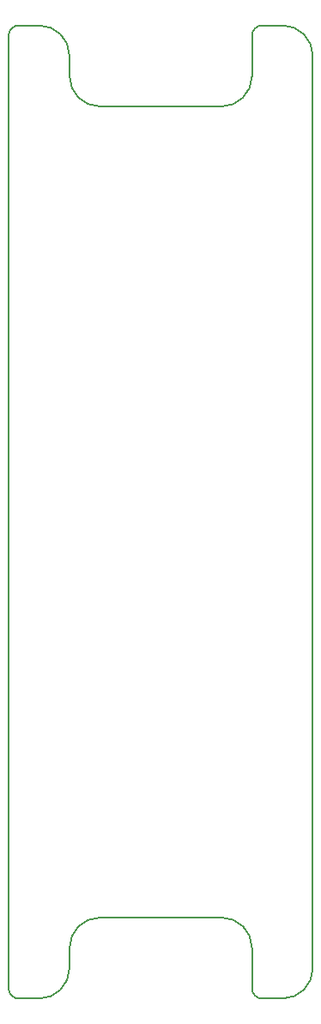
<source format=gbr>
%TF.GenerationSoftware,KiCad,Pcbnew,9.0.6*%
%TF.CreationDate,2025-12-11T14:37:30+03:00*%
%TF.ProjectId,PMLED-18,504d4c45-442d-4313-982e-6b696361645f,rev?*%
%TF.SameCoordinates,Original*%
%TF.FileFunction,Profile,NP*%
%FSLAX46Y46*%
G04 Gerber Fmt 4.6, Leading zero omitted, Abs format (unit mm)*
G04 Created by KiCad (PCBNEW 9.0.6) date 2025-12-11 14:37:30*
%MOMM*%
%LPD*%
G01*
G04 APERTURE LIST*
%TA.AperFunction,Profile*%
%ADD10C,0.200000*%
%TD*%
G04 APERTURE END LIST*
D10*
X-6000001Y39999999D02*
G75*
G02*
X-9000001Y42999999I1J3000001D01*
G01*
X15000000Y-45000000D02*
X15000000Y45000000D01*
X-12000000Y48000000D02*
G75*
G02*
X-9000000Y45000000I0J-3000000D01*
G01*
X-9000000Y-43000000D02*
G75*
G02*
X-6000000Y-40000000I3000000J0D01*
G01*
X9000001Y42999999D02*
G75*
G02*
X6000001Y39999999I-3000001J1D01*
G01*
X12000000Y48000000D02*
G75*
G02*
X15000000Y45000000I0J-3000000D01*
G01*
X10000001Y-47999999D02*
X12000000Y-48000000D01*
X-9000000Y-45000000D02*
G75*
G02*
X-12000000Y-48000000I-3000000J0D01*
G01*
X6000000Y-40000000D02*
G75*
G02*
X9000000Y-43000000I0J-3000000D01*
G01*
X10000000Y47999999D02*
X11999999Y47999999D01*
X-9000000Y43000000D02*
X-9000001Y45000001D01*
X10000001Y-47999999D02*
G75*
G02*
X9000001Y-46999999I-1J999999D01*
G01*
X-15000000Y47000000D02*
X-15000000Y-46999999D01*
X9000001Y46999999D02*
G75*
G02*
X10000001Y47999999I999999J1D01*
G01*
X15000000Y-45000000D02*
G75*
G02*
X12000000Y-48000000I-3000000J0D01*
G01*
X-14000000Y-48000000D02*
X-12000000Y-48000000D01*
X9000000Y42999999D02*
X8999999Y47000000D01*
X-6000000Y-40000000D02*
X6000000Y-40000000D01*
X-9000001Y-45000000D02*
X-9000000Y-42999999D01*
X-14999999Y47000000D02*
G75*
G02*
X-13999999Y47999999I999999J0D01*
G01*
X8999999Y-47000000D02*
X9000000Y-43000000D01*
X-14000000Y48000000D02*
X-12000000Y48000000D01*
X-13999999Y-47999999D02*
G75*
G02*
X-14999999Y-46999999I-1J999999D01*
G01*
X-6000000Y39999999D02*
X6000000Y39999999D01*
M02*

</source>
